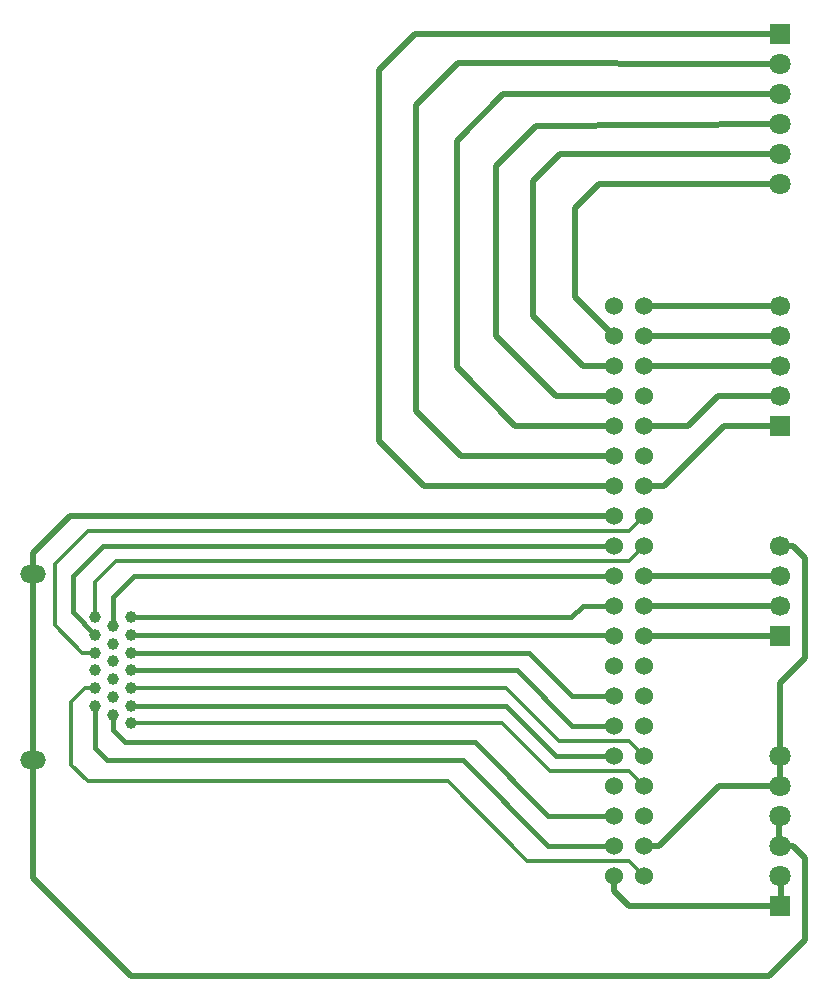
<source format=gbl>
G04 Layer: BottomLayer*
G04 EasyEDA v6.5.23, 2023-06-18 13:26:56*
G04 e563b856323e489fb497cbcb29ae2dd2,10*
G04 Gerber Generator version 0.2*
G04 Scale: 100 percent, Rotated: No, Reflected: No *
G04 Dimensions in millimeters *
G04 leading zeros omitted , absolute positions ,4 integer and 5 decimal *
%FSLAX45Y45*%
%MOMM*%

%ADD10C,0.5000*%
%ADD11C,0.3000*%
%ADD12C,0.4000*%
%ADD13C,1.8000*%
%ADD14R,1.8000X1.8000*%
%ADD15C,1.5240*%
%ADD16R,1.7000X1.7000*%
%ADD17C,1.7000*%
%ADD18C,1.0000*%
%ADD19O,2.1999956000000003X1.499997*%

%LPD*%
D10*
X6700011Y3886454D02*
G01*
X6806945Y3886454D01*
X6908800Y3784600D01*
X6908800Y2933700D01*
X6700011Y2724912D01*
X6700011Y2106421D01*
X6699986Y2106515D02*
G01*
X6699986Y1852515D01*
X5549900Y1346200D02*
G01*
X5676900Y1346200D01*
X6183122Y1852421D01*
X6700011Y1852421D01*
X5295900Y1092200D02*
G01*
X5295900Y965200D01*
X5424584Y836515D01*
X6699986Y836515D01*
X6705602Y1079502D02*
G01*
X6705602Y825502D01*
X372363Y2071370D02*
G01*
X372363Y1075436D01*
X1206500Y241300D01*
X6604000Y241300D01*
X6908800Y546100D01*
X6908800Y1244600D01*
X6808977Y1344421D01*
X6700011Y1344421D01*
X6692900Y1600200D02*
G01*
X6692900Y1346200D01*
X5549900Y3124200D02*
G01*
X6699986Y3124393D01*
X5549900Y3378200D02*
G01*
X6699986Y3378393D01*
X5549900Y3632200D02*
G01*
X6699986Y3632393D01*
X5549900Y4394200D02*
G01*
X5715000Y4394200D01*
X6223000Y4902200D01*
X6699986Y4902200D01*
X5549900Y4902200D02*
G01*
X5918200Y4902200D01*
X6172200Y5156200D01*
X6699986Y5156200D01*
X5549900Y5410200D02*
G01*
X6699986Y5410200D01*
X5549900Y5664200D02*
G01*
X6699986Y5664200D01*
X5549900Y5918200D02*
G01*
X6699986Y5918200D01*
X5295900Y5664200D02*
G01*
X4965700Y5994400D01*
X4965700Y6743700D01*
X5168900Y6946900D01*
X6699986Y6946884D01*
X5295900Y5410200D02*
G01*
X5029200Y5410200D01*
X4610100Y5829300D01*
X4610100Y6972300D01*
X4838700Y7200900D01*
X6699986Y7200884D01*
X5295900Y5156200D02*
G01*
X4800600Y5156200D01*
X4292600Y5664200D01*
X4292600Y7099300D01*
X4635500Y7442200D01*
X6700011Y7454900D01*
X5295900Y4902200D02*
G01*
X4457700Y4902200D01*
X3962400Y5397500D01*
X3962400Y7315200D01*
X4356100Y7708900D01*
X6699986Y7708884D01*
X5295900Y4648200D02*
G01*
X4000500Y4648200D01*
X3619500Y5029200D01*
X3619500Y7620000D01*
X3975100Y7975600D01*
X6700011Y7962900D01*
X5295900Y4394200D02*
G01*
X3683000Y4394200D01*
X3302000Y4775200D01*
X3302000Y7912100D01*
X3606800Y8216900D01*
X6699986Y8216884D01*
D11*
X5549900Y1092200D02*
G01*
X5422900Y1219200D01*
X4559300Y1219200D01*
X3886200Y1892300D01*
X838200Y1892300D01*
X698500Y2032000D01*
X698500Y2565400D01*
X814578Y2681478D01*
X902462Y2681478D01*
D12*
X902462Y2531618D02*
G01*
X902462Y2170937D01*
X1003300Y2070100D01*
X4013200Y2070100D01*
X4737100Y1346200D01*
X5295900Y1346200D01*
X1052321Y2456434D02*
G01*
X1052321Y2325878D01*
X1155700Y2222500D01*
X4114800Y2222500D01*
X4737100Y1600200D01*
X5295900Y1600200D01*
D10*
X372363Y3643629D02*
G01*
X372363Y2345436D01*
X372363Y2071370D01*
D12*
X1052321Y3206495D02*
G01*
X1052321Y3452621D01*
X1231900Y3632200D01*
X5295900Y3632200D01*
D11*
X902462Y3281426D02*
G01*
X902462Y3582162D01*
X1079500Y3759200D01*
X5422900Y3759200D01*
X5549900Y3886200D01*
D12*
X1202410Y3281502D02*
G01*
X4932502Y3281502D01*
X5029200Y3378200D01*
X5295900Y3378200D01*
X902462Y3131565D02*
G01*
X711200Y3322828D01*
X711200Y3632200D01*
X965200Y3886200D01*
X5295900Y3886200D01*
D11*
X902462Y2981452D02*
G01*
X790447Y2981452D01*
X558800Y3213100D01*
X558800Y3733800D01*
X838200Y4013200D01*
X5422900Y4013200D01*
X5549900Y4140200D01*
D10*
X5295900Y4140200D02*
G01*
X685800Y4140200D01*
X372363Y3826763D01*
X372363Y3643629D01*
D11*
X1202410Y2681503D02*
G01*
X4379696Y2681503D01*
X4826000Y2235200D01*
X5422900Y2235200D01*
X5549900Y2108200D01*
X1202410Y2381504D02*
G01*
X4349495Y2381504D01*
X4749800Y1981200D01*
X5422900Y1981200D01*
X5549900Y1854200D01*
D12*
X1202410Y2531490D02*
G01*
X4377309Y2531490D01*
X4800600Y2108200D01*
X5295900Y2108200D01*
X1202410Y2831490D02*
G01*
X4471009Y2831490D01*
X4940300Y2362200D01*
X5295900Y2362200D01*
X1202410Y2981502D02*
G01*
X4574997Y2981502D01*
X4940300Y2616200D01*
X5295900Y2616200D01*
X1202410Y3131515D02*
G01*
X5288584Y3131515D01*
X5295900Y3124200D01*
D13*
G01*
X6699986Y2106515D03*
G01*
X6699986Y1852515D03*
G01*
X6699986Y1598515D03*
G01*
X6699986Y1344515D03*
G01*
X6699986Y1090515D03*
D14*
G01*
X6699986Y836515D03*
D15*
G01*
X5295900Y1092200D03*
G01*
X5549900Y1092200D03*
G01*
X5295900Y1346200D03*
G01*
X5549900Y1346200D03*
G01*
X5295900Y1600200D03*
G01*
X5549900Y1600200D03*
G01*
X5295900Y1854200D03*
G01*
X5549900Y1854200D03*
G01*
X5295900Y2108200D03*
G01*
X5549900Y2108200D03*
G01*
X5295900Y2362200D03*
G01*
X5549900Y2362200D03*
G01*
X5295900Y2616200D03*
G01*
X5549900Y2616200D03*
G01*
X5295900Y2870200D03*
G01*
X5549900Y2870200D03*
G01*
X5295900Y3124200D03*
G01*
X5549900Y3124200D03*
G01*
X5295900Y3378200D03*
G01*
X5549900Y3378200D03*
G01*
X5295900Y3632200D03*
G01*
X5549900Y3632200D03*
G01*
X5295900Y3886200D03*
G01*
X5549900Y3886200D03*
G01*
X5295900Y4140200D03*
G01*
X5549900Y4140200D03*
G01*
X5295900Y4394200D03*
G01*
X5549900Y4394200D03*
G01*
X5295900Y4648200D03*
G01*
X5549900Y4648200D03*
G01*
X5295900Y4902200D03*
G01*
X5549900Y4902200D03*
G01*
X5295900Y5156200D03*
G01*
X5549900Y5156200D03*
G01*
X5295900Y5410200D03*
G01*
X5549900Y5410200D03*
G01*
X5295900Y5664200D03*
G01*
X5549900Y5664200D03*
G01*
X5295900Y5918200D03*
G01*
X5549900Y5918200D03*
D13*
G01*
X6699986Y6946884D03*
G01*
X6699986Y7200884D03*
G01*
X6699986Y7454884D03*
G01*
X6699986Y7708884D03*
G01*
X6699986Y7962884D03*
D14*
G01*
X6699986Y8216884D03*
D16*
G01*
X6699986Y3124393D03*
D17*
G01*
X6699986Y3378393D03*
G01*
X6699986Y3632393D03*
G01*
X6699986Y3886393D03*
D16*
G01*
X6699986Y4902200D03*
D17*
G01*
X6699986Y5156200D03*
G01*
X6699986Y5410200D03*
G01*
X6699986Y5664200D03*
G01*
X6699986Y5918200D03*
D18*
G01*
X1202397Y2381504D03*
G01*
X1052385Y2456510D03*
G01*
X1202397Y2531490D03*
G01*
X902398Y2531490D03*
G01*
X1052385Y2606497D03*
G01*
X902398Y2681503D03*
G01*
X1202397Y2681503D03*
G01*
X1052385Y2756509D03*
G01*
X1202397Y2831490D03*
G01*
X902398Y2831490D03*
G01*
X1052385Y2906496D03*
G01*
X902398Y2981502D03*
G01*
X1202397Y2981502D03*
G01*
X1052385Y3056509D03*
G01*
X1202397Y3131515D03*
G01*
X902398Y3131515D03*
G01*
X1052385Y3206495D03*
G01*
X902398Y3281502D03*
G01*
X1202397Y3281502D03*
D19*
G01*
X372402Y2071496D03*
G01*
X372402Y3643503D03*
M02*

</source>
